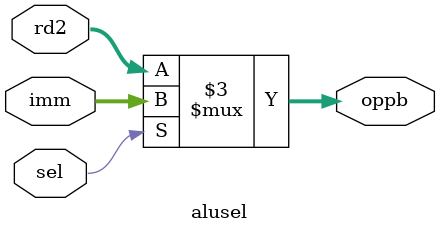
<source format=sv>
`timescale 1ns / 1ps


module alusel(
    input logic [31:0] rd2,
    input logic sel,
    input logic [31:0] imm,
    output logic [31:0] oppb
    );
        always_comb begin
        if(sel) 
        oppb = imm;
    else 
       oppb = rd2; 

        end 
endmodule


        

</source>
